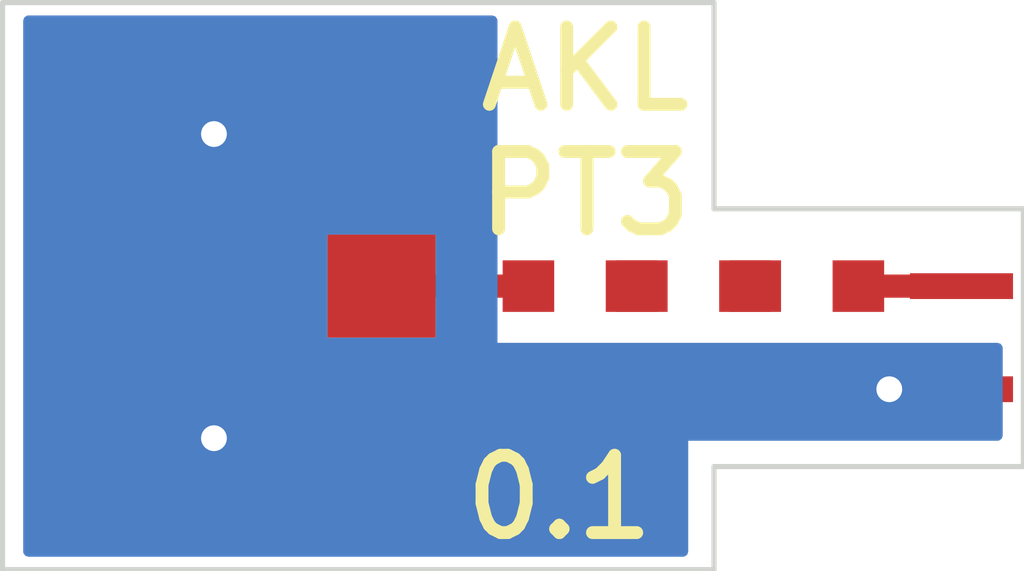
<source format=kicad_pcb>
(kicad_pcb (version 20171130) (host pcbnew "(5.1.4)")

  (general
    (thickness 0.15)
    (drawings 10)
    (tracks 12)
    (zones 0)
    (modules 6)
    (nets 6)
  )

  (page A4)
  (layers
    (0 F.Cu signal)
    (31 B.Cu signal)
    (32 B.Adhes user)
    (33 F.Adhes user)
    (34 B.Paste user)
    (35 F.Paste user)
    (36 B.SilkS user)
    (37 F.SilkS user)
    (38 B.Mask user)
    (39 F.Mask user)
    (40 Dwgs.User user)
    (41 Cmts.User user)
    (42 Eco1.User user)
    (43 Eco2.User user)
    (44 Edge.Cuts user)
    (45 Margin user)
    (46 B.CrtYd user)
    (47 F.CrtYd user)
    (48 B.Fab user)
    (49 F.Fab user)
  )

  (setup
    (last_trace_width 0.225)
    (user_trace_width 0.225)
    (trace_clearance 0.125)
    (zone_clearance 0.508)
    (zone_45_only no)
    (trace_min 0.125)
    (via_size 0.5)
    (via_drill 0.25)
    (via_min_size 0.5)
    (via_min_drill 0.25)
    (user_via 0.5 0.25)
    (uvia_size 0.3)
    (uvia_drill 0.1)
    (uvias_allowed no)
    (uvia_min_size 0.2)
    (uvia_min_drill 0.1)
    (edge_width 0.05)
    (segment_width 0.2)
    (pcb_text_width 0.3)
    (pcb_text_size 1.5 1.5)
    (mod_edge_width 0.12)
    (mod_text_size 1 1)
    (mod_text_width 0.15)
    (pad_size 0.25 1)
    (pad_drill 0)
    (pad_to_mask_clearance 0.051)
    (solder_mask_min_width 0.25)
    (aux_axis_origin 0 0)
    (visible_elements FFFFFF7F)
    (pcbplotparams
      (layerselection 0x010fc_ffffffff)
      (usegerberextensions false)
      (usegerberattributes false)
      (usegerberadvancedattributes false)
      (creategerberjobfile false)
      (excludeedgelayer true)
      (linewidth 0.100000)
      (plotframeref false)
      (viasonmask false)
      (mode 1)
      (useauxorigin false)
      (hpglpennumber 1)
      (hpglpenspeed 20)
      (hpglpendiameter 15.000000)
      (psnegative false)
      (psa4output false)
      (plotreference true)
      (plotvalue true)
      (plotinvisibletext false)
      (padsonsilk false)
      (subtractmaskfromsilk false)
      (outputformat 1)
      (mirror false)
      (drillshape 0)
      (scaleselection 1)
      (outputdirectory "output/"))
  )

  (net 0 "")
  (net 1 "Net-(J1-Pad1)")
  (net 2 "Net-(J2-Pad1)")
  (net 3 "Net-(R1-Pad1)")
  (net 4 "Net-(R2-Pad1)")
  (net 5 /GND)

  (net_class Default "This is the default net class."
    (clearance 0.125)
    (trace_width 0.125)
    (via_dia 0.5)
    (via_drill 0.25)
    (uvia_dia 0.3)
    (uvia_drill 0.1)
    (add_net /GND)
    (add_net "Net-(J1-Pad1)")
    (add_net "Net-(J2-Pad1)")
    (add_net "Net-(R1-Pad1)")
    (add_net "Net-(R2-Pad1)")
  )

  (module azonenberg_pcb:EIA_0402_RES_NOSILK_FLIPCHIP (layer F.Cu) (tedit 5F4B5CE7) (tstamp 5F7D0E52)
    (at 83.4 63.75 180)
    (path /5F7D15DE)
    (solder_paste_margin -0.06)
    (fp_text reference R3 (at 0 1.5) (layer F.SilkS) hide
      (effects (font (size 1 1) (thickness 0.15)))
    )
    (fp_text value 200 (at 0 3.5) (layer F.SilkS) hide
      (effects (font (size 1 1) (thickness 0.15)))
    )
    (pad 2 smd rect (at 0.5 0 180) (size 0.5 0.5) (layers F.Cu F.Paste F.Mask)
      (net 4 "Net-(R2-Pad1)"))
    (pad 1 smd rect (at -0.5 0 180) (size 0.5 0.5) (layers F.Cu F.Paste F.Mask)
      (net 2 "Net-(J2-Pad1)"))
    (model /nfs4/home/azonenberg/kicad-libs/3rdparty/walter/smd_resistors/r_0402.wrl
      (at (xyz 0 0 0))
      (scale (xyz 1 1 1))
      (rotate (xyz 0 0 0))
    )
  )

  (module azonenberg_pcb:EIA_0402_RES_NOSILK_FLIPCHIP (layer F.Cu) (tedit 5F4B5CE7) (tstamp 5F7D0E4C)
    (at 82.3 63.75 180)
    (path /5F7D0F5C)
    (solder_paste_margin -0.06)
    (fp_text reference R2 (at 0 1.5) (layer F.SilkS) hide
      (effects (font (size 1 1) (thickness 0.15)))
    )
    (fp_text value 200 (at 0 3.5) (layer F.SilkS) hide
      (effects (font (size 1 1) (thickness 0.15)))
    )
    (pad 2 smd rect (at 0.5 0 180) (size 0.5 0.5) (layers F.Cu F.Paste F.Mask)
      (net 3 "Net-(R1-Pad1)"))
    (pad 1 smd rect (at -0.5 0 180) (size 0.5 0.5) (layers F.Cu F.Paste F.Mask)
      (net 4 "Net-(R2-Pad1)"))
    (model /nfs4/home/azonenberg/kicad-libs/3rdparty/walter/smd_resistors/r_0402.wrl
      (at (xyz 0 0 0))
      (scale (xyz 1 1 1))
      (rotate (xyz 0 0 0))
    )
  )

  (module azonenberg_pcb:EIA_0402_RES_NOSILK_FLIPCHIP (layer F.Cu) (tedit 5F4B5CE7) (tstamp 5F7D0E46)
    (at 81.2 63.75 180)
    (path /5F7D0AF5)
    (solder_paste_margin -0.06)
    (fp_text reference R1 (at 0 1.5) (layer F.SilkS) hide
      (effects (font (size 1 1) (thickness 0.15)))
    )
    (fp_text value 50 (at 0 3.5) (layer F.SilkS) hide
      (effects (font (size 1 1) (thickness 0.15)))
    )
    (pad 2 smd rect (at 0.5 0 180) (size 0.5 0.5) (layers F.Cu F.Paste F.Mask)
      (net 1 "Net-(J1-Pad1)"))
    (pad 1 smd rect (at -0.5 0 180) (size 0.5 0.5) (layers F.Cu F.Paste F.Mask)
      (net 3 "Net-(R1-Pad1)"))
    (model /nfs4/home/azonenberg/kicad-libs/3rdparty/walter/smd_resistors/r_0402.wrl
      (at (xyz 0 0 0))
      (scale (xyz 1 1 1))
      (rotate (xyz 0 0 0))
    )
  )

  (module azonenberg_pcb:TESTPOINT_BARETRACE_150UM (layer F.Cu) (tedit 5F7D08B2) (tstamp 5F7D0E40)
    (at 84.9 64.75 90)
    (path /5F7D2257)
    (solder_mask_margin 0.05)
    (fp_text reference J3 (at 0 3.25 90) (layer F.SilkS) hide
      (effects (font (size 1.5 1.5) (thickness 0.15)))
    )
    (fp_text value TIP (at 0 1.75 90) (layer F.Fab) hide
      (effects (font (size 1.5 1.5) (thickness 0.15)))
    )
    (pad 1 smd rect (at 0 0 90) (size 0.25 1) (layers F.Cu F.Mask)
      (net 5 /GND))
  )

  (module azonenberg_pcb:TESTPOINT_BARETRACE_150UM (layer F.Cu) (tedit 5F7D08AF) (tstamp 5F7D0E3B)
    (at 84.9 63.75 90)
    (path /5F7D1E3A)
    (solder_mask_margin 0.05)
    (fp_text reference J2 (at 0 3.25 90) (layer F.SilkS) hide
      (effects (font (size 1.5 1.5) (thickness 0.15)))
    )
    (fp_text value TIP (at 0 1.75 90) (layer F.Fab) hide
      (effects (font (size 1.5 1.5) (thickness 0.15)))
    )
    (pad 1 smd rect (at 0 0 90) (size 0.25 1) (layers F.Cu F.Mask)
      (net 2 "Net-(J2-Pad1)"))
  )

  (module azonenberg_pcb:CONN_U.FL_TE_1909763-1 (layer F.Cu) (tedit 5E1D901F) (tstamp 5F7D0E36)
    (at 77.75 63.75 90)
    (path /5F7D0783)
    (fp_text reference J1 (at 0 3.8 90) (layer F.SilkS) hide
      (effects (font (size 1 1) (thickness 0.15)))
    )
    (fp_text value U.FL (at 0 5.6 90) (layer F.Fab) hide
      (effects (font (size 1 1) (thickness 0.15)))
    )
    (fp_line (start 2.2 -2) (end -2.2 -2) (layer F.CrtYd) (width 0.15))
    (fp_line (start 2.2 2.2) (end 2.2 -2) (layer F.CrtYd) (width 0.15))
    (fp_line (start -2.2 2.2) (end 2.2 2.2) (layer F.CrtYd) (width 0.15))
    (fp_line (start -2.2 -2) (end -2.2 2.2) (layer F.CrtYd) (width 0.15))
    (pad 1 smd rect (at 0 1.525 90) (size 1 1.05) (layers F.Cu F.Paste F.Mask)
      (net 1 "Net-(J1-Pad1)"))
    (pad 2 smd rect (at -1.475 -0.1 90) (size 1.05 2.2) (layers F.Cu F.Paste F.Mask)
      (net 5 /GND))
    (pad 2 smd rect (at 1.475 -0.1 90) (size 1.05 2.2) (layers F.Cu F.Paste F.Mask)
      (net 5 /GND))
    (model :datasheets:TE/U.FL/c-1909763-1-b-3d.stp
      (offset (xyz 0 0 1.25))
      (scale (xyz 1 1 1))
      (rotate (xyz 0 0 0))
    )
  )

  (gr_line (start 82.5 65.5) (end 85.5 65.5) (layer Edge.Cuts) (width 0.05))
  (gr_line (start 82.5 66.5) (end 82.5 65.5) (layer Edge.Cuts) (width 0.05))
  (gr_line (start 82.5 63) (end 85.5 63) (layer Edge.Cuts) (width 0.05))
  (gr_line (start 82.5 61) (end 82.5 63) (layer Edge.Cuts) (width 0.05))
  (gr_text 0.1 (at 81 65.8) (layer F.SilkS) (tstamp 5F7D1009)
    (effects (font (size 0.75 0.75) (thickness 0.125)))
  )
  (gr_text "AKL\nPT3" (at 81.25 62.25) (layer F.SilkS)
    (effects (font (size 0.75 0.75) (thickness 0.125)))
  )
  (gr_line (start 82.5 61) (end 75.6 61) (layer Edge.Cuts) (width 0.05) (tstamp 5F7D0FFF))
  (gr_line (start 85.5 65.5) (end 85.5 63) (layer Edge.Cuts) (width 0.05))
  (gr_line (start 75.6 66.5) (end 82.5 66.5) (layer Edge.Cuts) (width 0.05))
  (gr_line (start 75.6 61) (end 75.6 66.5) (layer Edge.Cuts) (width 0.05))

  (segment (start 79.275 63.75) (end 80.7 63.75) (width 0.225) (layer F.Cu) (net 1))
  (segment (start 83.9 63.75) (end 84.9 63.75) (width 0.225) (layer F.Cu) (net 2))
  (segment (start 81.8 63.75) (end 81.7 63.75) (width 0.225) (layer F.Cu) (net 3))
  (via (at 77.65 62.275) (size 0.5) (drill 0.25) (layers F.Cu B.Cu) (net 5))
  (via (at 77.65 65.225) (size 0.5) (drill 0.25) (layers F.Cu B.Cu) (net 5))
  (segment (start 77.65 64.475) (end 77.65 62.275) (width 0.225) (layer B.Cu) (net 5))
  (segment (start 77.65 65.225) (end 77.65 64.475) (width 0.225) (layer B.Cu) (net 5))
  (via (at 84.2 64.75) (size 0.5) (drill 0.25) (layers F.Cu B.Cu) (net 5))
  (segment (start 84.9 64.75) (end 84.2 64.75) (width 0.225) (layer F.Cu) (net 5))
  (segment (start 84.2 64.75) (end 82.3 64.75) (width 0.225) (layer B.Cu) (net 5))
  (segment (start 81.825 65.225) (end 77.65 65.225) (width 0.225) (layer B.Cu) (net 5))
  (segment (start 82.3 64.75) (end 81.825 65.225) (width 0.225) (layer B.Cu) (net 5))

  (zone (net 5) (net_name /GND) (layer B.Cu) (tstamp 5F7D2438) (hatch edge 0.508)
    (connect_pads yes (clearance 0.1))
    (min_thickness 0.1)
    (fill yes (arc_segments 32) (thermal_gap 0.1) (thermal_bridge_width 0.125))
    (polygon
      (pts
        (xy 80.4 64.3) (xy 85.3 64.3) (xy 85.3 65.25) (xy 82.25 65.25) (xy 82.25 66.4)
        (xy 75.8 66.4) (xy 75.8 61.1) (xy 80.4 61.1)
      )
    )
    (polygon
      (pts
        (xy 78.75 63.25) (xy 78.75 64.25) (xy 79.8 64.25) (xy 79.8 63.25)
      )
    )
    (filled_polygon
      (pts
        (xy 80.35 64.3) (xy 80.350961 64.309755) (xy 80.353806 64.319134) (xy 80.358427 64.327779) (xy 80.364645 64.335355)
        (xy 80.372221 64.341573) (xy 80.380866 64.346194) (xy 80.390245 64.349039) (xy 80.4 64.35) (xy 85.25 64.35)
        (xy 85.25 65.2) (xy 82.25 65.2) (xy 82.240245 65.200961) (xy 82.230866 65.203806) (xy 82.222221 65.208427)
        (xy 82.214645 65.214645) (xy 82.208427 65.222221) (xy 82.203806 65.230866) (xy 82.200961 65.240245) (xy 82.2 65.25)
        (xy 82.2 66.325) (xy 75.85 66.325) (xy 75.85 63.25) (xy 78.7 63.25) (xy 78.7 64.25)
        (xy 78.700961 64.259755) (xy 78.703806 64.269134) (xy 78.708427 64.277779) (xy 78.714645 64.285355) (xy 78.722221 64.291573)
        (xy 78.730866 64.296194) (xy 78.740245 64.299039) (xy 78.75 64.3) (xy 79.8 64.3) (xy 79.809755 64.299039)
        (xy 79.819134 64.296194) (xy 79.827779 64.291573) (xy 79.835355 64.285355) (xy 79.841573 64.277779) (xy 79.846194 64.269134)
        (xy 79.849039 64.259755) (xy 79.85 64.25) (xy 79.85 63.25) (xy 79.849039 63.240245) (xy 79.846194 63.230866)
        (xy 79.841573 63.222221) (xy 79.835355 63.214645) (xy 79.827779 63.208427) (xy 79.819134 63.203806) (xy 79.809755 63.200961)
        (xy 79.8 63.2) (xy 78.75 63.2) (xy 78.740245 63.200961) (xy 78.730866 63.203806) (xy 78.722221 63.208427)
        (xy 78.714645 63.214645) (xy 78.708427 63.222221) (xy 78.703806 63.230866) (xy 78.700961 63.240245) (xy 78.7 63.25)
        (xy 75.85 63.25) (xy 75.85 61.175) (xy 80.35 61.175)
      )
    )
  )
)

</source>
